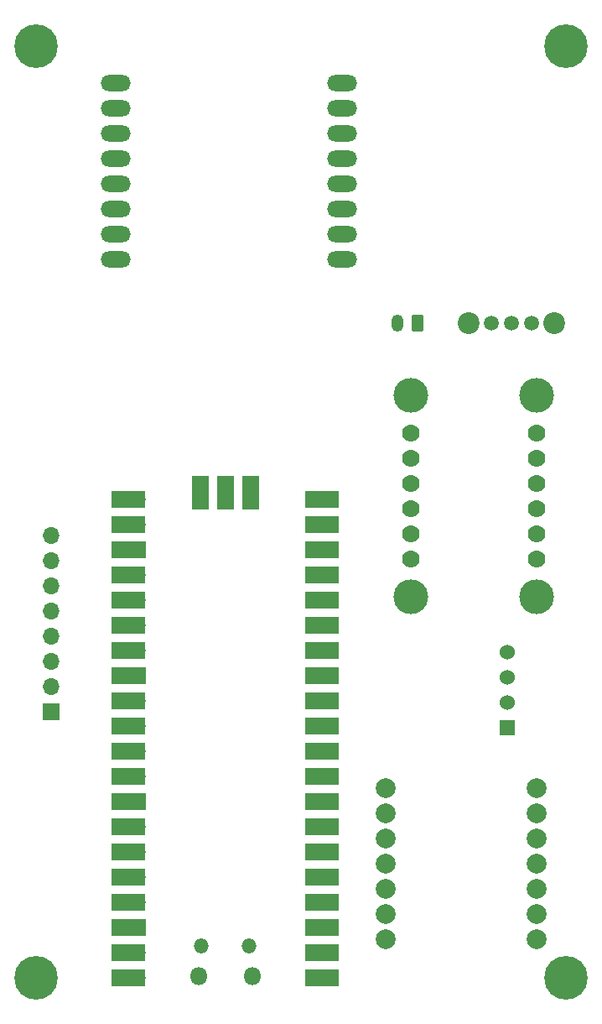
<source format=gbr>
%TF.GenerationSoftware,KiCad,Pcbnew,8.0.6*%
%TF.CreationDate,2025-06-01T11:12:23+01:00*%
%TF.ProjectId,Leo_Cansat,4c656f5f-4361-46e7-9361-742e6b696361,rev?*%
%TF.SameCoordinates,Original*%
%TF.FileFunction,Soldermask,Top*%
%TF.FilePolarity,Negative*%
%FSLAX46Y46*%
G04 Gerber Fmt 4.6, Leading zero omitted, Abs format (unit mm)*
G04 Created by KiCad (PCBNEW 8.0.6) date 2025-06-01 11:12:23*
%MOMM*%
%LPD*%
G01*
G04 APERTURE LIST*
G04 Aperture macros list*
%AMRoundRect*
0 Rectangle with rounded corners*
0 $1 Rounding radius*
0 $2 $3 $4 $5 $6 $7 $8 $9 X,Y pos of 4 corners*
0 Add a 4 corners polygon primitive as box body*
4,1,4,$2,$3,$4,$5,$6,$7,$8,$9,$2,$3,0*
0 Add four circle primitives for the rounded corners*
1,1,$1+$1,$2,$3*
1,1,$1+$1,$4,$5*
1,1,$1+$1,$6,$7*
1,1,$1+$1,$8,$9*
0 Add four rect primitives between the rounded corners*
20,1,$1+$1,$2,$3,$4,$5,0*
20,1,$1+$1,$4,$5,$6,$7,0*
20,1,$1+$1,$6,$7,$8,$9,0*
20,1,$1+$1,$8,$9,$2,$3,0*%
G04 Aperture macros list end*
%ADD10C,2.000000*%
%ADD11R,1.524000X1.524000*%
%ADD12C,1.524000*%
%ADD13C,4.400000*%
%ADD14O,3.048800X1.626400*%
%ADD15C,2.200000*%
%ADD16C,1.500000*%
%ADD17C,3.500000*%
%ADD18C,1.778000*%
%ADD19O,1.800000X1.800000*%
%ADD20O,1.500000X1.500000*%
%ADD21O,1.700000X1.700000*%
%ADD22R,3.500000X1.700000*%
%ADD23R,1.700000X1.700000*%
%ADD24R,1.700000X3.500000*%
%ADD25RoundRect,0.250000X0.350000X0.625000X-0.350000X0.625000X-0.350000X-0.625000X0.350000X-0.625000X0*%
%ADD26O,1.200000X1.750000*%
G04 APERTURE END LIST*
D10*
%TO.C,U7*%
X129042500Y-168082500D03*
X129042500Y-165542500D03*
X129042500Y-163002500D03*
X129042500Y-160462500D03*
X129042500Y-157922500D03*
X129042500Y-155382500D03*
X129042500Y-152842500D03*
X113802500Y-168082500D03*
X113802500Y-165542500D03*
X113802500Y-163002500D03*
X113802500Y-160462500D03*
X113802500Y-157922500D03*
X113802500Y-155382500D03*
X113802500Y-152842500D03*
%TD*%
D11*
%TO.C,U5*%
X126080000Y-146810000D03*
D12*
X126080000Y-144270000D03*
X126080000Y-141730000D03*
X126080000Y-139190000D03*
%TD*%
D13*
%TO.C,H4*%
X132000000Y-172000000D03*
%TD*%
D14*
%TO.C,U2*%
X86570000Y-81770000D03*
X86570000Y-84310000D03*
X86570000Y-86850000D03*
X86570000Y-89390000D03*
X86570000Y-91930000D03*
X86570000Y-94470000D03*
X86570000Y-97010000D03*
X86570000Y-99550000D03*
X109430000Y-99550000D03*
X109430000Y-97010000D03*
X109430000Y-94470000D03*
X109430000Y-91930000D03*
X109430000Y-89390000D03*
X109430000Y-86850000D03*
X109430000Y-84310000D03*
X109430000Y-81770000D03*
%TD*%
D15*
%TO.C,SW1*%
X130800000Y-106000000D03*
X122200000Y-106000000D03*
D16*
X128500000Y-106000000D03*
X126500000Y-106000000D03*
X124500000Y-106000000D03*
%TD*%
D13*
%TO.C,H1*%
X78500000Y-78000000D03*
%TD*%
D17*
%TO.C,U6*%
X116305000Y-113210000D03*
X116305000Y-133530000D03*
X129005000Y-113210000D03*
X129005000Y-133530000D03*
D18*
X129005000Y-129720000D03*
X129005000Y-127180000D03*
X129005000Y-124640000D03*
X129005000Y-122100000D03*
X129005000Y-119560000D03*
X129005000Y-117020000D03*
X116305000Y-117020000D03*
X116305000Y-119560000D03*
X116305000Y-122100000D03*
X116305000Y-124640000D03*
X116305000Y-127180000D03*
X116305000Y-129720000D03*
%TD*%
D13*
%TO.C,H3*%
X78500000Y-172000000D03*
%TD*%
D19*
%TO.C,U1*%
X100335000Y-171850000D03*
D20*
X100035000Y-168820000D03*
X95185000Y-168820000D03*
D19*
X94885000Y-171850000D03*
D21*
X106500000Y-171980000D03*
D22*
X107400000Y-171980000D03*
D21*
X106500000Y-169440000D03*
D22*
X107400000Y-169440000D03*
D23*
X106500000Y-166900000D03*
D22*
X107400000Y-166900000D03*
D21*
X106500000Y-164360000D03*
D22*
X107400000Y-164360000D03*
D21*
X106500000Y-161820000D03*
D22*
X107400000Y-161820000D03*
D21*
X106500000Y-159280000D03*
D22*
X107400000Y-159280000D03*
D21*
X106500000Y-156740000D03*
D22*
X107400000Y-156740000D03*
D23*
X106500000Y-154200000D03*
D22*
X107400000Y-154200000D03*
D21*
X106500000Y-151660000D03*
D22*
X107400000Y-151660000D03*
D21*
X106500000Y-149120000D03*
D22*
X107400000Y-149120000D03*
D21*
X106500000Y-146580000D03*
D22*
X107400000Y-146580000D03*
D21*
X106500000Y-144040000D03*
D22*
X107400000Y-144040000D03*
D23*
X106500000Y-141500000D03*
D22*
X107400000Y-141500000D03*
D21*
X106500000Y-138960000D03*
D22*
X107400000Y-138960000D03*
D21*
X106500000Y-136420000D03*
D22*
X107400000Y-136420000D03*
D21*
X106500000Y-133880000D03*
D22*
X107400000Y-133880000D03*
D21*
X106500000Y-131340000D03*
D22*
X107400000Y-131340000D03*
D23*
X106500000Y-128800000D03*
D22*
X107400000Y-128800000D03*
D21*
X106500000Y-126260000D03*
D22*
X107400000Y-126260000D03*
D21*
X106500000Y-123720000D03*
D22*
X107400000Y-123720000D03*
D21*
X88720000Y-123720000D03*
D22*
X87820000Y-123720000D03*
D21*
X88720000Y-126260000D03*
D22*
X87820000Y-126260000D03*
D23*
X88720000Y-128800000D03*
D22*
X87820000Y-128800000D03*
D21*
X88720000Y-131340000D03*
D22*
X87820000Y-131340000D03*
D21*
X88720000Y-133880000D03*
D22*
X87820000Y-133880000D03*
D21*
X88720000Y-136420000D03*
D22*
X87820000Y-136420000D03*
D21*
X88720000Y-138960000D03*
D22*
X87820000Y-138960000D03*
D23*
X88720000Y-141500000D03*
D22*
X87820000Y-141500000D03*
D21*
X88720000Y-144040000D03*
D22*
X87820000Y-144040000D03*
D21*
X88720000Y-146580000D03*
D22*
X87820000Y-146580000D03*
D21*
X88720000Y-149120000D03*
D22*
X87820000Y-149120000D03*
D21*
X88720000Y-151660000D03*
D22*
X87820000Y-151660000D03*
D23*
X88720000Y-154200000D03*
D22*
X87820000Y-154200000D03*
D21*
X88720000Y-156740000D03*
D22*
X87820000Y-156740000D03*
D21*
X88720000Y-159280000D03*
D22*
X87820000Y-159280000D03*
D21*
X88720000Y-161820000D03*
D22*
X87820000Y-161820000D03*
D21*
X88720000Y-164360000D03*
D22*
X87820000Y-164360000D03*
D23*
X88720000Y-166900000D03*
D22*
X87820000Y-166900000D03*
D21*
X88720000Y-169440000D03*
D22*
X87820000Y-169440000D03*
D21*
X88720000Y-171980000D03*
D22*
X87820000Y-171980000D03*
D21*
X100150000Y-123950000D03*
D24*
X100150000Y-123050000D03*
D23*
X97610000Y-123950000D03*
D24*
X97610000Y-123050000D03*
D21*
X95070000Y-123950000D03*
D24*
X95070000Y-123050000D03*
%TD*%
D13*
%TO.C,H2*%
X132000000Y-78000000D03*
%TD*%
D23*
%TO.C,U4*%
X80000000Y-145200000D03*
D21*
X80000000Y-142660000D03*
X80000000Y-140120000D03*
X80000000Y-137580000D03*
X80000000Y-135040000D03*
X80000000Y-132500000D03*
X80000000Y-129960000D03*
X80000000Y-127420000D03*
%TD*%
D25*
%TO.C,BT1*%
X117000000Y-106000000D03*
D26*
X115000000Y-106000000D03*
%TD*%
M02*

</source>
